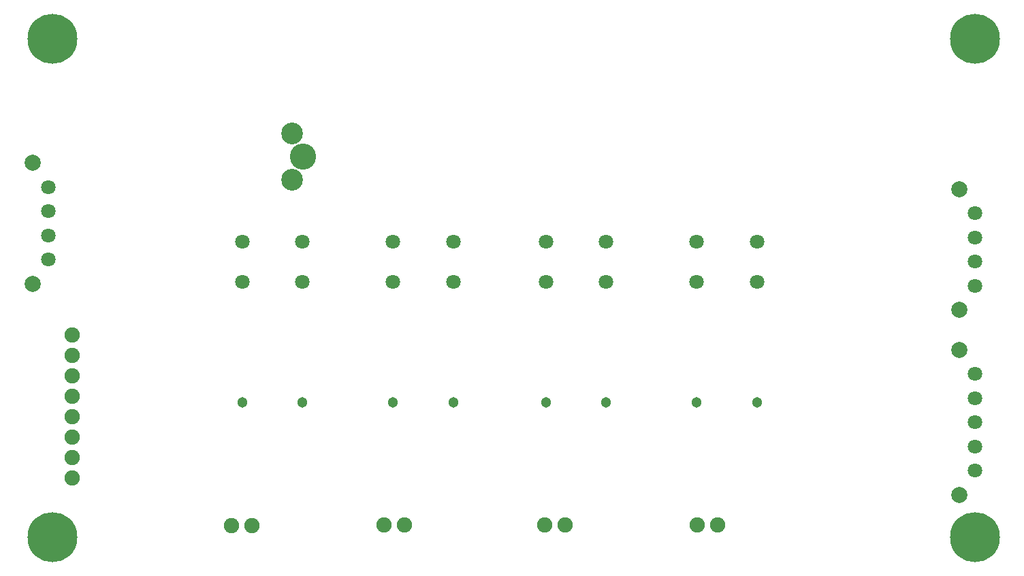
<source format=gbs>
G04*
G04 #@! TF.GenerationSoftware,Altium Limited,Altium Designer,18.1.11 (251)*
G04*
G04 Layer_Color=16711935*
%FSLAX25Y25*%
%MOIN*%
G70*
G01*
G75*
%ADD45C,0.07493*%
%ADD46C,0.10642*%
%ADD47C,0.12808*%
%ADD48C,0.07099*%
%ADD49C,0.05131*%
%ADD50C,0.24422*%
%ADD51C,0.07887*%
D45*
X103517Y21654D02*
D03*
X113517D02*
D03*
X178124Y21752D02*
D03*
X188124D02*
D03*
X256864D02*
D03*
X266864D02*
D03*
X331667D02*
D03*
X341667D02*
D03*
X25591Y114842D02*
D03*
Y104842D02*
D03*
Y94842D02*
D03*
Y84842D02*
D03*
Y74843D02*
D03*
Y64842D02*
D03*
Y54843D02*
D03*
Y44842D02*
D03*
D46*
X133071Y213386D02*
D03*
Y190945D02*
D03*
D47*
X138347Y202165D02*
D03*
D48*
X13780Y187205D02*
D03*
Y175394D02*
D03*
Y163583D02*
D03*
Y151772D02*
D03*
X467414Y174406D02*
D03*
Y162595D02*
D03*
Y150784D02*
D03*
Y138973D02*
D03*
X331201Y140847D02*
D03*
Y160531D02*
D03*
X360728D02*
D03*
Y140847D02*
D03*
X257382Y140847D02*
D03*
Y160531D02*
D03*
X286910D02*
D03*
Y140847D02*
D03*
X182579Y140847D02*
D03*
Y160531D02*
D03*
X212106D02*
D03*
Y140847D02*
D03*
X108760D02*
D03*
Y160531D02*
D03*
X138287D02*
D03*
Y140847D02*
D03*
X467414Y60233D02*
D03*
Y72044D02*
D03*
Y83855D02*
D03*
Y95666D02*
D03*
Y48422D02*
D03*
D49*
X360728Y81791D02*
D03*
X331201D02*
D03*
X286910Y81791D02*
D03*
X257382D02*
D03*
X212106Y81791D02*
D03*
X182579D02*
D03*
X138287D02*
D03*
X108760D02*
D03*
D50*
X467520Y15748D02*
D03*
X15748Y259842D02*
D03*
X467520D02*
D03*
X15748Y15748D02*
D03*
D51*
X6063Y199016D02*
D03*
Y139961D02*
D03*
X459697Y186217D02*
D03*
Y127162D02*
D03*
X459697Y36611D02*
D03*
Y107477D02*
D03*
M02*

</source>
